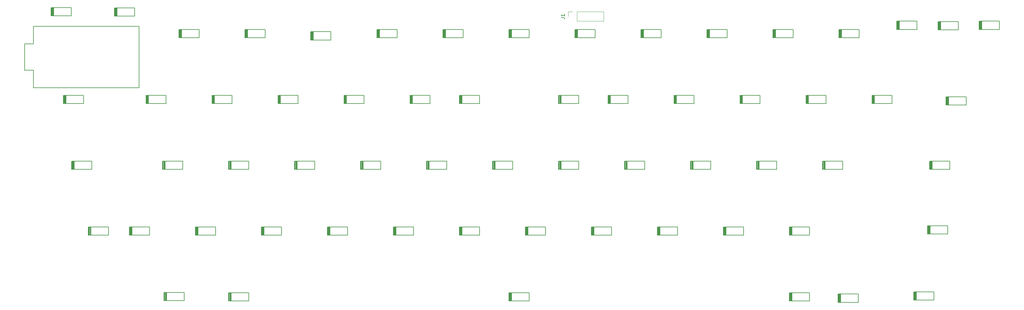
<source format=gbr>
%TF.GenerationSoftware,KiCad,Pcbnew,(6.0.7)*%
%TF.CreationDate,2022-08-27T10:35:01+05:30*%
%TF.ProjectId,unix60pcb,756e6978-3630-4706-9362-2e6b69636164,rev?*%
%TF.SameCoordinates,Original*%
%TF.FileFunction,Legend,Top*%
%TF.FilePolarity,Positive*%
%FSLAX46Y46*%
G04 Gerber Fmt 4.6, Leading zero omitted, Abs format (unit mm)*
G04 Created by KiCad (PCBNEW (6.0.7)) date 2022-08-27 10:35:01*
%MOMM*%
%LPD*%
G01*
G04 APERTURE LIST*
%ADD10C,0.150000*%
%ADD11C,0.200000*%
%ADD12C,0.120000*%
G04 APERTURE END LIST*
D10*
%TO.C,J1*%
X166824380Y-7280233D02*
X167538666Y-7280233D01*
X167681523Y-7327852D01*
X167776761Y-7423090D01*
X167824380Y-7565947D01*
X167824380Y-7661185D01*
X167824380Y-6280233D02*
X167824380Y-6851661D01*
X167824380Y-6565947D02*
X166824380Y-6565947D01*
X166967238Y-6661185D01*
X167062476Y-6756423D01*
X167110095Y-6851661D01*
D11*
%TO.C,D15*%
X276360000Y-10844400D02*
X276360000Y-8444400D01*
X276185000Y-10844400D02*
X276185000Y-8444400D01*
X276010000Y-10844400D02*
X276010000Y-8444400D01*
X275610000Y-8444400D02*
X275610000Y-10844400D01*
X275835000Y-10844400D02*
X275835000Y-8444400D01*
X275710000Y-10844400D02*
X275710000Y-8444400D01*
X275635000Y-10844400D02*
X281435000Y-10844400D01*
X281435000Y-10844400D02*
X281435000Y-8444400D01*
X281435000Y-8444400D02*
X275635000Y-8444400D01*
D12*
%TO.C,J1*%
X171412000Y-8276900D02*
X171412000Y-5616900D01*
X171412000Y-8276900D02*
X179092000Y-8276900D01*
X179092000Y-8276900D02*
X179092000Y-5616900D01*
X171412000Y-5616900D02*
X179092000Y-5616900D01*
X168812000Y-5616900D02*
X170142000Y-5616900D01*
X168812000Y-6946900D02*
X168812000Y-5616900D01*
D11*
%TO.C,D1*%
X25428900Y-4403200D02*
X19628900Y-4403200D01*
X25428900Y-6803200D02*
X25428900Y-4403200D01*
X19628900Y-6803200D02*
X25428900Y-6803200D01*
X19703900Y-6803200D02*
X19703900Y-4403200D01*
X19828900Y-6803200D02*
X19828900Y-4403200D01*
X19603900Y-4403200D02*
X19603900Y-6803200D01*
X20003900Y-6803200D02*
X20003900Y-4403200D01*
X20178900Y-6803200D02*
X20178900Y-4403200D01*
X20353900Y-6803200D02*
X20353900Y-4403200D01*
%TO.C,D2*%
X43729600Y-4456600D02*
X37929600Y-4456600D01*
X43729600Y-6856600D02*
X43729600Y-4456600D01*
X37929600Y-6856600D02*
X43729600Y-6856600D01*
X38004600Y-6856600D02*
X38004600Y-4456600D01*
X38129600Y-6856600D02*
X38129600Y-4456600D01*
X37904600Y-4456600D02*
X37904600Y-6856600D01*
X38304600Y-6856600D02*
X38304600Y-4456600D01*
X38479600Y-6856600D02*
X38479600Y-4456600D01*
X38654600Y-6856600D02*
X38654600Y-4456600D01*
%TO.C,D3*%
X62331200Y-10706200D02*
X56531200Y-10706200D01*
X62331200Y-13106200D02*
X62331200Y-10706200D01*
X56531200Y-13106200D02*
X62331200Y-13106200D01*
X56606200Y-13106200D02*
X56606200Y-10706200D01*
X56731200Y-13106200D02*
X56731200Y-10706200D01*
X56506200Y-10706200D02*
X56506200Y-13106200D01*
X56906200Y-13106200D02*
X56906200Y-10706200D01*
X57081200Y-13106200D02*
X57081200Y-10706200D01*
X57256200Y-13106200D02*
X57256200Y-10706200D01*
%TO.C,D4*%
X81381200Y-10706200D02*
X75581200Y-10706200D01*
X81381200Y-13106200D02*
X81381200Y-10706200D01*
X75581200Y-13106200D02*
X81381200Y-13106200D01*
X75656200Y-13106200D02*
X75656200Y-10706200D01*
X75781200Y-13106200D02*
X75781200Y-10706200D01*
X75556200Y-10706200D02*
X75556200Y-13106200D01*
X75956200Y-13106200D02*
X75956200Y-10706200D01*
X76131200Y-13106200D02*
X76131200Y-10706200D01*
X76306200Y-13106200D02*
X76306200Y-10706200D01*
%TO.C,D5*%
X100376620Y-11360300D02*
X94576620Y-11360300D01*
X100376620Y-13760300D02*
X100376620Y-11360300D01*
X94576620Y-13760300D02*
X100376620Y-13760300D01*
X94651620Y-13760300D02*
X94651620Y-11360300D01*
X94776620Y-13760300D02*
X94776620Y-11360300D01*
X94551620Y-11360300D02*
X94551620Y-13760300D01*
X94951620Y-13760300D02*
X94951620Y-11360300D01*
X95126620Y-13760300D02*
X95126620Y-11360300D01*
X95301620Y-13760300D02*
X95301620Y-11360300D01*
%TO.C,D6*%
X114406000Y-13106200D02*
X114406000Y-10706200D01*
X114231000Y-13106200D02*
X114231000Y-10706200D01*
X114056000Y-13106200D02*
X114056000Y-10706200D01*
X113656000Y-10706200D02*
X113656000Y-13106200D01*
X113881000Y-13106200D02*
X113881000Y-10706200D01*
X113756000Y-13106200D02*
X113756000Y-10706200D01*
X113681000Y-13106200D02*
X119481000Y-13106200D01*
X119481000Y-13106200D02*
X119481000Y-10706200D01*
X119481000Y-10706200D02*
X113681000Y-10706200D01*
%TO.C,D7*%
X133456000Y-13106200D02*
X133456000Y-10706200D01*
X133281000Y-13106200D02*
X133281000Y-10706200D01*
X133106000Y-13106200D02*
X133106000Y-10706200D01*
X132706000Y-10706200D02*
X132706000Y-13106200D01*
X132931000Y-13106200D02*
X132931000Y-10706200D01*
X132806000Y-13106200D02*
X132806000Y-10706200D01*
X132731000Y-13106200D02*
X138531000Y-13106200D01*
X138531000Y-13106200D02*
X138531000Y-10706200D01*
X138531000Y-10706200D02*
X132731000Y-10706200D01*
%TO.C,D8*%
X152506000Y-13106200D02*
X152506000Y-10706200D01*
X152331000Y-13106200D02*
X152331000Y-10706200D01*
X152156000Y-13106200D02*
X152156000Y-10706200D01*
X151756000Y-10706200D02*
X151756000Y-13106200D01*
X151981000Y-13106200D02*
X151981000Y-10706200D01*
X151856000Y-13106200D02*
X151856000Y-10706200D01*
X151781000Y-13106200D02*
X157581000Y-13106200D01*
X157581000Y-13106200D02*
X157581000Y-10706200D01*
X157581000Y-10706200D02*
X151781000Y-10706200D01*
%TO.C,D9*%
X176631000Y-10706200D02*
X170831000Y-10706200D01*
X176631000Y-13106200D02*
X176631000Y-10706200D01*
X170831000Y-13106200D02*
X176631000Y-13106200D01*
X170906000Y-13106200D02*
X170906000Y-10706200D01*
X171031000Y-13106200D02*
X171031000Y-10706200D01*
X170806000Y-10706200D02*
X170806000Y-13106200D01*
X171206000Y-13106200D02*
X171206000Y-10706200D01*
X171381000Y-13106200D02*
X171381000Y-10706200D01*
X171556000Y-13106200D02*
X171556000Y-10706200D01*
%TO.C,D10*%
X195681000Y-10706200D02*
X189881000Y-10706200D01*
X195681000Y-13106200D02*
X195681000Y-10706200D01*
X189881000Y-13106200D02*
X195681000Y-13106200D01*
X189956000Y-13106200D02*
X189956000Y-10706200D01*
X190081000Y-13106200D02*
X190081000Y-10706200D01*
X189856000Y-10706200D02*
X189856000Y-13106200D01*
X190256000Y-13106200D02*
X190256000Y-10706200D01*
X190431000Y-13106200D02*
X190431000Y-10706200D01*
X190606000Y-13106200D02*
X190606000Y-10706200D01*
%TO.C,D11*%
X214731000Y-10706200D02*
X208931000Y-10706200D01*
X214731000Y-13106200D02*
X214731000Y-10706200D01*
X208931000Y-13106200D02*
X214731000Y-13106200D01*
X209006000Y-13106200D02*
X209006000Y-10706200D01*
X209131000Y-13106200D02*
X209131000Y-10706200D01*
X208906000Y-10706200D02*
X208906000Y-13106200D01*
X209306000Y-13106200D02*
X209306000Y-10706200D01*
X209481000Y-13106200D02*
X209481000Y-10706200D01*
X209656000Y-13106200D02*
X209656000Y-10706200D01*
%TO.C,D12*%
X233781000Y-10706200D02*
X227981000Y-10706200D01*
X233781000Y-13106200D02*
X233781000Y-10706200D01*
X227981000Y-13106200D02*
X233781000Y-13106200D01*
X228056000Y-13106200D02*
X228056000Y-10706200D01*
X228181000Y-13106200D02*
X228181000Y-10706200D01*
X227956000Y-10706200D02*
X227956000Y-13106200D01*
X228356000Y-13106200D02*
X228356000Y-10706200D01*
X228531000Y-13106200D02*
X228531000Y-10706200D01*
X228706000Y-13106200D02*
X228706000Y-10706200D01*
%TO.C,D13*%
X252831000Y-10706200D02*
X247031000Y-10706200D01*
X252831000Y-13106200D02*
X252831000Y-10706200D01*
X247031000Y-13106200D02*
X252831000Y-13106200D01*
X247106000Y-13106200D02*
X247106000Y-10706200D01*
X247231000Y-13106200D02*
X247231000Y-10706200D01*
X247006000Y-10706200D02*
X247006000Y-13106200D01*
X247406000Y-13106200D02*
X247406000Y-10706200D01*
X247581000Y-13106200D02*
X247581000Y-10706200D01*
X247756000Y-13106200D02*
X247756000Y-10706200D01*
%TO.C,D14*%
X269500000Y-8325000D02*
X263700000Y-8325000D01*
X269500000Y-10725000D02*
X269500000Y-8325000D01*
X263700000Y-10725000D02*
X269500000Y-10725000D01*
X263775000Y-10725000D02*
X263775000Y-8325000D01*
X263900000Y-10725000D02*
X263900000Y-8325000D01*
X263675000Y-8325000D02*
X263675000Y-10725000D01*
X264075000Y-10725000D02*
X264075000Y-8325000D01*
X264250000Y-10725000D02*
X264250000Y-8325000D01*
X264425000Y-10725000D02*
X264425000Y-8325000D01*
%TO.C,D16*%
X288237000Y-10725000D02*
X288237000Y-8325000D01*
X288062000Y-10725000D02*
X288062000Y-8325000D01*
X287887000Y-10725000D02*
X287887000Y-8325000D01*
X287487000Y-8325000D02*
X287487000Y-10725000D01*
X287712000Y-10725000D02*
X287712000Y-8325000D01*
X287587000Y-10725000D02*
X287587000Y-8325000D01*
X287512000Y-10725000D02*
X293312000Y-10725000D01*
X293312000Y-10725000D02*
X293312000Y-8325000D01*
X293312000Y-8325000D02*
X287512000Y-8325000D01*
%TO.C,D17*%
X23918800Y-32156200D02*
X23918800Y-29756200D01*
X23743800Y-32156200D02*
X23743800Y-29756200D01*
X23568800Y-32156200D02*
X23568800Y-29756200D01*
X23168800Y-29756200D02*
X23168800Y-32156200D01*
X23393800Y-32156200D02*
X23393800Y-29756200D01*
X23268800Y-32156200D02*
X23268800Y-29756200D01*
X23193800Y-32156200D02*
X28993800Y-32156200D01*
X28993800Y-32156200D02*
X28993800Y-29756200D01*
X28993800Y-29756200D02*
X23193800Y-29756200D01*
%TO.C,D18*%
X47731200Y-32156200D02*
X47731200Y-29756200D01*
X47556200Y-32156200D02*
X47556200Y-29756200D01*
X47381200Y-32156200D02*
X47381200Y-29756200D01*
X46981200Y-29756200D02*
X46981200Y-32156200D01*
X47206200Y-32156200D02*
X47206200Y-29756200D01*
X47081200Y-32156200D02*
X47081200Y-29756200D01*
X47006200Y-32156200D02*
X52806200Y-32156200D01*
X52806200Y-32156200D02*
X52806200Y-29756200D01*
X52806200Y-29756200D02*
X47006200Y-29756200D01*
%TO.C,D19*%
X66781200Y-32156200D02*
X66781200Y-29756200D01*
X66606200Y-32156200D02*
X66606200Y-29756200D01*
X66431200Y-32156200D02*
X66431200Y-29756200D01*
X66031200Y-29756200D02*
X66031200Y-32156200D01*
X66256200Y-32156200D02*
X66256200Y-29756200D01*
X66131200Y-32156200D02*
X66131200Y-29756200D01*
X66056200Y-32156200D02*
X71856200Y-32156200D01*
X71856200Y-32156200D02*
X71856200Y-29756200D01*
X71856200Y-29756200D02*
X66056200Y-29756200D01*
%TO.C,D20*%
X85831200Y-32156200D02*
X85831200Y-29756200D01*
X85656200Y-32156200D02*
X85656200Y-29756200D01*
X85481200Y-32156200D02*
X85481200Y-29756200D01*
X85081200Y-29756200D02*
X85081200Y-32156200D01*
X85306200Y-32156200D02*
X85306200Y-29756200D01*
X85181200Y-32156200D02*
X85181200Y-29756200D01*
X85106200Y-32156200D02*
X90906200Y-32156200D01*
X90906200Y-32156200D02*
X90906200Y-29756200D01*
X90906200Y-29756200D02*
X85106200Y-29756200D01*
%TO.C,D21*%
X104881000Y-32156200D02*
X104881000Y-29756200D01*
X104706000Y-32156200D02*
X104706000Y-29756200D01*
X104531000Y-32156200D02*
X104531000Y-29756200D01*
X104131000Y-29756200D02*
X104131000Y-32156200D01*
X104356000Y-32156200D02*
X104356000Y-29756200D01*
X104231000Y-32156200D02*
X104231000Y-29756200D01*
X104156000Y-32156200D02*
X109956000Y-32156200D01*
X109956000Y-32156200D02*
X109956000Y-29756200D01*
X109956000Y-29756200D02*
X104156000Y-29756200D01*
%TO.C,D22*%
X123931000Y-32156200D02*
X123931000Y-29756200D01*
X123756000Y-32156200D02*
X123756000Y-29756200D01*
X123581000Y-32156200D02*
X123581000Y-29756200D01*
X123181000Y-29756200D02*
X123181000Y-32156200D01*
X123406000Y-32156200D02*
X123406000Y-29756200D01*
X123281000Y-32156200D02*
X123281000Y-29756200D01*
X123206000Y-32156200D02*
X129006000Y-32156200D01*
X129006000Y-32156200D02*
X129006000Y-29756200D01*
X129006000Y-29756200D02*
X123206000Y-29756200D01*
%TO.C,D23*%
X143294000Y-29756200D02*
X137494000Y-29756200D01*
X143294000Y-32156200D02*
X143294000Y-29756200D01*
X137494000Y-32156200D02*
X143294000Y-32156200D01*
X137569000Y-32156200D02*
X137569000Y-29756200D01*
X137694000Y-32156200D02*
X137694000Y-29756200D01*
X137469000Y-29756200D02*
X137469000Y-32156200D01*
X137869000Y-32156200D02*
X137869000Y-29756200D01*
X138044000Y-32156200D02*
X138044000Y-29756200D01*
X138219000Y-32156200D02*
X138219000Y-29756200D01*
%TO.C,D24*%
X171869000Y-29756200D02*
X166069000Y-29756200D01*
X171869000Y-32156200D02*
X171869000Y-29756200D01*
X166069000Y-32156200D02*
X171869000Y-32156200D01*
X166144000Y-32156200D02*
X166144000Y-29756200D01*
X166269000Y-32156200D02*
X166269000Y-29756200D01*
X166044000Y-29756200D02*
X166044000Y-32156200D01*
X166444000Y-32156200D02*
X166444000Y-29756200D01*
X166619000Y-32156200D02*
X166619000Y-29756200D01*
X166794000Y-32156200D02*
X166794000Y-29756200D01*
%TO.C,D25*%
X186156000Y-29756200D02*
X180356000Y-29756200D01*
X186156000Y-32156200D02*
X186156000Y-29756200D01*
X180356000Y-32156200D02*
X186156000Y-32156200D01*
X180431000Y-32156200D02*
X180431000Y-29756200D01*
X180556000Y-32156200D02*
X180556000Y-29756200D01*
X180331000Y-29756200D02*
X180331000Y-32156200D01*
X180731000Y-32156200D02*
X180731000Y-29756200D01*
X180906000Y-32156200D02*
X180906000Y-29756200D01*
X181081000Y-32156200D02*
X181081000Y-29756200D01*
%TO.C,D26*%
X205206000Y-29756200D02*
X199406000Y-29756200D01*
X205206000Y-32156200D02*
X205206000Y-29756200D01*
X199406000Y-32156200D02*
X205206000Y-32156200D01*
X199481000Y-32156200D02*
X199481000Y-29756200D01*
X199606000Y-32156200D02*
X199606000Y-29756200D01*
X199381000Y-29756200D02*
X199381000Y-32156200D01*
X199781000Y-32156200D02*
X199781000Y-29756200D01*
X199956000Y-32156200D02*
X199956000Y-29756200D01*
X200131000Y-32156200D02*
X200131000Y-29756200D01*
%TO.C,D27*%
X224256000Y-29756200D02*
X218456000Y-29756200D01*
X224256000Y-32156200D02*
X224256000Y-29756200D01*
X218456000Y-32156200D02*
X224256000Y-32156200D01*
X218531000Y-32156200D02*
X218531000Y-29756200D01*
X218656000Y-32156200D02*
X218656000Y-29756200D01*
X218431000Y-29756200D02*
X218431000Y-32156200D01*
X218831000Y-32156200D02*
X218831000Y-29756200D01*
X219006000Y-32156200D02*
X219006000Y-29756200D01*
X219181000Y-32156200D02*
X219181000Y-29756200D01*
%TO.C,D28*%
X243306000Y-29756200D02*
X237506000Y-29756200D01*
X243306000Y-32156200D02*
X243306000Y-29756200D01*
X237506000Y-32156200D02*
X243306000Y-32156200D01*
X237581000Y-32156200D02*
X237581000Y-29756200D01*
X237706000Y-32156200D02*
X237706000Y-29756200D01*
X237481000Y-29756200D02*
X237481000Y-32156200D01*
X237881000Y-32156200D02*
X237881000Y-29756200D01*
X238056000Y-32156200D02*
X238056000Y-29756200D01*
X238231000Y-32156200D02*
X238231000Y-29756200D01*
%TO.C,D29*%
X262356000Y-29756200D02*
X256556000Y-29756200D01*
X262356000Y-32156200D02*
X262356000Y-29756200D01*
X256556000Y-32156200D02*
X262356000Y-32156200D01*
X256631000Y-32156200D02*
X256631000Y-29756200D01*
X256756000Y-32156200D02*
X256756000Y-29756200D01*
X256531000Y-29756200D02*
X256531000Y-32156200D01*
X256931000Y-32156200D02*
X256931000Y-29756200D01*
X257106000Y-32156200D02*
X257106000Y-29756200D01*
X257281000Y-32156200D02*
X257281000Y-29756200D01*
%TO.C,D30*%
X278662000Y-32599500D02*
X278662000Y-30199500D01*
X278487000Y-32599500D02*
X278487000Y-30199500D01*
X278312000Y-32599500D02*
X278312000Y-30199500D01*
X277912000Y-30199500D02*
X277912000Y-32599500D01*
X278137000Y-32599500D02*
X278137000Y-30199500D01*
X278012000Y-32599500D02*
X278012000Y-30199500D01*
X277937000Y-32599500D02*
X283737000Y-32599500D01*
X283737000Y-32599500D02*
X283737000Y-30199500D01*
X283737000Y-30199500D02*
X277937000Y-30199500D01*
%TO.C,D31*%
X26300000Y-51206200D02*
X26300000Y-48806200D01*
X26125000Y-51206200D02*
X26125000Y-48806200D01*
X25950000Y-51206200D02*
X25950000Y-48806200D01*
X25550000Y-48806200D02*
X25550000Y-51206200D01*
X25775000Y-51206200D02*
X25775000Y-48806200D01*
X25650000Y-51206200D02*
X25650000Y-48806200D01*
X25575000Y-51206200D02*
X31375000Y-51206200D01*
X31375000Y-51206200D02*
X31375000Y-48806200D01*
X31375000Y-48806200D02*
X25575000Y-48806200D01*
%TO.C,D32*%
X57568800Y-48806200D02*
X51768800Y-48806200D01*
X57568800Y-51206200D02*
X57568800Y-48806200D01*
X51768800Y-51206200D02*
X57568800Y-51206200D01*
X51843800Y-51206200D02*
X51843800Y-48806200D01*
X51968800Y-51206200D02*
X51968800Y-48806200D01*
X51743800Y-48806200D02*
X51743800Y-51206200D01*
X52143800Y-51206200D02*
X52143800Y-48806200D01*
X52318800Y-51206200D02*
X52318800Y-48806200D01*
X52493800Y-51206200D02*
X52493800Y-48806200D01*
%TO.C,D33*%
X76618800Y-48806200D02*
X70818800Y-48806200D01*
X76618800Y-51206200D02*
X76618800Y-48806200D01*
X70818800Y-51206200D02*
X76618800Y-51206200D01*
X70893800Y-51206200D02*
X70893800Y-48806200D01*
X71018800Y-51206200D02*
X71018800Y-48806200D01*
X70793800Y-48806200D02*
X70793800Y-51206200D01*
X71193800Y-51206200D02*
X71193800Y-48806200D01*
X71368800Y-51206200D02*
X71368800Y-48806200D01*
X71543800Y-51206200D02*
X71543800Y-48806200D01*
%TO.C,D34*%
X90593800Y-51206200D02*
X90593800Y-48806200D01*
X90418800Y-51206200D02*
X90418800Y-48806200D01*
X90243800Y-51206200D02*
X90243800Y-48806200D01*
X89843800Y-48806200D02*
X89843800Y-51206200D01*
X90068800Y-51206200D02*
X90068800Y-48806200D01*
X89943800Y-51206200D02*
X89943800Y-48806200D01*
X89868800Y-51206200D02*
X95668800Y-51206200D01*
X95668800Y-51206200D02*
X95668800Y-48806200D01*
X95668800Y-48806200D02*
X89868800Y-48806200D01*
%TO.C,D35*%
X109644000Y-51206200D02*
X109644000Y-48806200D01*
X109469000Y-51206200D02*
X109469000Y-48806200D01*
X109294000Y-51206200D02*
X109294000Y-48806200D01*
X108894000Y-48806200D02*
X108894000Y-51206200D01*
X109119000Y-51206200D02*
X109119000Y-48806200D01*
X108994000Y-51206200D02*
X108994000Y-48806200D01*
X108919000Y-51206200D02*
X114719000Y-51206200D01*
X114719000Y-51206200D02*
X114719000Y-48806200D01*
X114719000Y-48806200D02*
X108919000Y-48806200D01*
%TO.C,D36*%
X133769000Y-48806200D02*
X127969000Y-48806200D01*
X133769000Y-51206200D02*
X133769000Y-48806200D01*
X127969000Y-51206200D02*
X133769000Y-51206200D01*
X128044000Y-51206200D02*
X128044000Y-48806200D01*
X128169000Y-51206200D02*
X128169000Y-48806200D01*
X127944000Y-48806200D02*
X127944000Y-51206200D01*
X128344000Y-51206200D02*
X128344000Y-48806200D01*
X128519000Y-51206200D02*
X128519000Y-48806200D01*
X128694000Y-51206200D02*
X128694000Y-48806200D01*
%TO.C,D37*%
X147744000Y-51206200D02*
X147744000Y-48806200D01*
X147569000Y-51206200D02*
X147569000Y-48806200D01*
X147394000Y-51206200D02*
X147394000Y-48806200D01*
X146994000Y-48806200D02*
X146994000Y-51206200D01*
X147219000Y-51206200D02*
X147219000Y-48806200D01*
X147094000Y-51206200D02*
X147094000Y-48806200D01*
X147019000Y-51206200D02*
X152819000Y-51206200D01*
X152819000Y-51206200D02*
X152819000Y-48806200D01*
X152819000Y-48806200D02*
X147019000Y-48806200D01*
%TO.C,D38*%
X166794000Y-51206200D02*
X166794000Y-48806200D01*
X166619000Y-51206200D02*
X166619000Y-48806200D01*
X166444000Y-51206200D02*
X166444000Y-48806200D01*
X166044000Y-48806200D02*
X166044000Y-51206200D01*
X166269000Y-51206200D02*
X166269000Y-48806200D01*
X166144000Y-51206200D02*
X166144000Y-48806200D01*
X166069000Y-51206200D02*
X171869000Y-51206200D01*
X171869000Y-51206200D02*
X171869000Y-48806200D01*
X171869000Y-48806200D02*
X166069000Y-48806200D01*
%TO.C,D39*%
X185844000Y-51206200D02*
X185844000Y-48806200D01*
X185669000Y-51206200D02*
X185669000Y-48806200D01*
X185494000Y-51206200D02*
X185494000Y-48806200D01*
X185094000Y-48806200D02*
X185094000Y-51206200D01*
X185319000Y-51206200D02*
X185319000Y-48806200D01*
X185194000Y-51206200D02*
X185194000Y-48806200D01*
X185119000Y-51206200D02*
X190919000Y-51206200D01*
X190919000Y-51206200D02*
X190919000Y-48806200D01*
X190919000Y-48806200D02*
X185119000Y-48806200D01*
%TO.C,D40*%
X204894000Y-51206200D02*
X204894000Y-48806200D01*
X204719000Y-51206200D02*
X204719000Y-48806200D01*
X204544000Y-51206200D02*
X204544000Y-48806200D01*
X204144000Y-48806200D02*
X204144000Y-51206200D01*
X204369000Y-51206200D02*
X204369000Y-48806200D01*
X204244000Y-51206200D02*
X204244000Y-48806200D01*
X204169000Y-51206200D02*
X209969000Y-51206200D01*
X209969000Y-51206200D02*
X209969000Y-48806200D01*
X209969000Y-48806200D02*
X204169000Y-48806200D01*
%TO.C,D41*%
X223944000Y-51206200D02*
X223944000Y-48806200D01*
X223769000Y-51206200D02*
X223769000Y-48806200D01*
X223594000Y-51206200D02*
X223594000Y-48806200D01*
X223194000Y-48806200D02*
X223194000Y-51206200D01*
X223419000Y-51206200D02*
X223419000Y-48806200D01*
X223294000Y-51206200D02*
X223294000Y-48806200D01*
X223219000Y-51206200D02*
X229019000Y-51206200D01*
X229019000Y-51206200D02*
X229019000Y-48806200D01*
X229019000Y-48806200D02*
X223219000Y-48806200D01*
%TO.C,D42*%
X248069000Y-48806200D02*
X242269000Y-48806200D01*
X248069000Y-51206200D02*
X248069000Y-48806200D01*
X242269000Y-51206200D02*
X248069000Y-51206200D01*
X242344000Y-51206200D02*
X242344000Y-48806200D01*
X242469000Y-51206200D02*
X242469000Y-48806200D01*
X242244000Y-48806200D02*
X242244000Y-51206200D01*
X242644000Y-51206200D02*
X242644000Y-48806200D01*
X242819000Y-51206200D02*
X242819000Y-48806200D01*
X242994000Y-51206200D02*
X242994000Y-48806200D01*
%TO.C,D44*%
X279025000Y-48806200D02*
X273225000Y-48806200D01*
X279025000Y-51206200D02*
X279025000Y-48806200D01*
X273225000Y-51206200D02*
X279025000Y-51206200D01*
X273300000Y-51206200D02*
X273300000Y-48806200D01*
X273425000Y-51206200D02*
X273425000Y-48806200D01*
X273200000Y-48806200D02*
X273200000Y-51206200D01*
X273600000Y-51206200D02*
X273600000Y-48806200D01*
X273775000Y-51206200D02*
X273775000Y-48806200D01*
X273950000Y-51206200D02*
X273950000Y-48806200D01*
%TO.C,D45*%
X36137500Y-67856200D02*
X30337500Y-67856200D01*
X36137500Y-70256200D02*
X36137500Y-67856200D01*
X30337500Y-70256200D02*
X36137500Y-70256200D01*
X30412500Y-70256200D02*
X30412500Y-67856200D01*
X30537500Y-70256200D02*
X30537500Y-67856200D01*
X30312500Y-67856200D02*
X30312500Y-70256200D01*
X30712500Y-70256200D02*
X30712500Y-67856200D01*
X30887500Y-70256200D02*
X30887500Y-67856200D01*
X31062500Y-70256200D02*
X31062500Y-67856200D01*
%TO.C,D46*%
X48043800Y-67856200D02*
X42243800Y-67856200D01*
X48043800Y-70256200D02*
X48043800Y-67856200D01*
X42243800Y-70256200D02*
X48043800Y-70256200D01*
X42318800Y-70256200D02*
X42318800Y-67856200D01*
X42443800Y-70256200D02*
X42443800Y-67856200D01*
X42218800Y-67856200D02*
X42218800Y-70256200D01*
X42618800Y-70256200D02*
X42618800Y-67856200D01*
X42793800Y-70256200D02*
X42793800Y-67856200D01*
X42968800Y-70256200D02*
X42968800Y-67856200D01*
%TO.C,D47*%
X67093800Y-67856200D02*
X61293800Y-67856200D01*
X67093800Y-70256200D02*
X67093800Y-67856200D01*
X61293800Y-70256200D02*
X67093800Y-70256200D01*
X61368800Y-70256200D02*
X61368800Y-67856200D01*
X61493800Y-70256200D02*
X61493800Y-67856200D01*
X61268800Y-67856200D02*
X61268800Y-70256200D01*
X61668800Y-70256200D02*
X61668800Y-67856200D01*
X61843800Y-70256200D02*
X61843800Y-67856200D01*
X62018800Y-70256200D02*
X62018800Y-67856200D01*
%TO.C,D48*%
X81068800Y-70256200D02*
X81068800Y-67856200D01*
X80893800Y-70256200D02*
X80893800Y-67856200D01*
X80718800Y-70256200D02*
X80718800Y-67856200D01*
X80318800Y-67856200D02*
X80318800Y-70256200D01*
X80543800Y-70256200D02*
X80543800Y-67856200D01*
X80418800Y-70256200D02*
X80418800Y-67856200D01*
X80343800Y-70256200D02*
X86143800Y-70256200D01*
X86143800Y-70256200D02*
X86143800Y-67856200D01*
X86143800Y-67856200D02*
X80343800Y-67856200D01*
%TO.C,D49*%
X100119000Y-70256200D02*
X100119000Y-67856200D01*
X99944000Y-70256200D02*
X99944000Y-67856200D01*
X99769000Y-70256200D02*
X99769000Y-67856200D01*
X99369000Y-67856200D02*
X99369000Y-70256200D01*
X99594000Y-70256200D02*
X99594000Y-67856200D01*
X99469000Y-70256200D02*
X99469000Y-67856200D01*
X99394000Y-70256200D02*
X105194000Y-70256200D01*
X105194000Y-70256200D02*
X105194000Y-67856200D01*
X105194000Y-67856200D02*
X99394000Y-67856200D01*
%TO.C,D50*%
X119169000Y-70256200D02*
X119169000Y-67856200D01*
X118994000Y-70256200D02*
X118994000Y-67856200D01*
X118819000Y-70256200D02*
X118819000Y-67856200D01*
X118419000Y-67856200D02*
X118419000Y-70256200D01*
X118644000Y-70256200D02*
X118644000Y-67856200D01*
X118519000Y-70256200D02*
X118519000Y-67856200D01*
X118444000Y-70256200D02*
X124244000Y-70256200D01*
X124244000Y-70256200D02*
X124244000Y-67856200D01*
X124244000Y-67856200D02*
X118444000Y-67856200D01*
%TO.C,D51*%
X138219000Y-70256200D02*
X138219000Y-67856200D01*
X138044000Y-70256200D02*
X138044000Y-67856200D01*
X137869000Y-70256200D02*
X137869000Y-67856200D01*
X137469000Y-67856200D02*
X137469000Y-70256200D01*
X137694000Y-70256200D02*
X137694000Y-67856200D01*
X137569000Y-70256200D02*
X137569000Y-67856200D01*
X137494000Y-70256200D02*
X143294000Y-70256200D01*
X143294000Y-70256200D02*
X143294000Y-67856200D01*
X143294000Y-67856200D02*
X137494000Y-67856200D01*
%TO.C,D52*%
X157269000Y-70256200D02*
X157269000Y-67856200D01*
X157094000Y-70256200D02*
X157094000Y-67856200D01*
X156919000Y-70256200D02*
X156919000Y-67856200D01*
X156519000Y-67856200D02*
X156519000Y-70256200D01*
X156744000Y-70256200D02*
X156744000Y-67856200D01*
X156619000Y-70256200D02*
X156619000Y-67856200D01*
X156544000Y-70256200D02*
X162344000Y-70256200D01*
X162344000Y-70256200D02*
X162344000Y-67856200D01*
X162344000Y-67856200D02*
X156544000Y-67856200D01*
%TO.C,D53*%
X176319000Y-70256200D02*
X176319000Y-67856200D01*
X176144000Y-70256200D02*
X176144000Y-67856200D01*
X175969000Y-70256200D02*
X175969000Y-67856200D01*
X175569000Y-67856200D02*
X175569000Y-70256200D01*
X175794000Y-70256200D02*
X175794000Y-67856200D01*
X175669000Y-70256200D02*
X175669000Y-67856200D01*
X175594000Y-70256200D02*
X181394000Y-70256200D01*
X181394000Y-70256200D02*
X181394000Y-67856200D01*
X181394000Y-67856200D02*
X175594000Y-67856200D01*
%TO.C,D54*%
X195369000Y-70256200D02*
X195369000Y-67856200D01*
X195194000Y-70256200D02*
X195194000Y-67856200D01*
X195019000Y-70256200D02*
X195019000Y-67856200D01*
X194619000Y-67856200D02*
X194619000Y-70256200D01*
X194844000Y-70256200D02*
X194844000Y-67856200D01*
X194719000Y-70256200D02*
X194719000Y-67856200D01*
X194644000Y-70256200D02*
X200444000Y-70256200D01*
X200444000Y-70256200D02*
X200444000Y-67856200D01*
X200444000Y-67856200D02*
X194644000Y-67856200D01*
%TO.C,D55*%
X214419000Y-70256200D02*
X214419000Y-67856200D01*
X214244000Y-70256200D02*
X214244000Y-67856200D01*
X214069000Y-70256200D02*
X214069000Y-67856200D01*
X213669000Y-67856200D02*
X213669000Y-70256200D01*
X213894000Y-70256200D02*
X213894000Y-67856200D01*
X213769000Y-70256200D02*
X213769000Y-67856200D01*
X213694000Y-70256200D02*
X219494000Y-70256200D01*
X219494000Y-70256200D02*
X219494000Y-67856200D01*
X219494000Y-67856200D02*
X213694000Y-67856200D01*
%TO.C,D56*%
X238544000Y-67856200D02*
X232744000Y-67856200D01*
X238544000Y-70256200D02*
X238544000Y-67856200D01*
X232744000Y-70256200D02*
X238544000Y-70256200D01*
X232819000Y-70256200D02*
X232819000Y-67856200D01*
X232944000Y-70256200D02*
X232944000Y-67856200D01*
X232719000Y-67856200D02*
X232719000Y-70256200D01*
X233119000Y-70256200D02*
X233119000Y-67856200D01*
X233294000Y-70256200D02*
X233294000Y-67856200D01*
X233469000Y-70256200D02*
X233469000Y-67856200D01*
%TO.C,D57*%
X278387000Y-67537500D02*
X272587000Y-67537500D01*
X278387000Y-69937500D02*
X278387000Y-67537500D01*
X272587000Y-69937500D02*
X278387000Y-69937500D01*
X272662000Y-69937500D02*
X272662000Y-67537500D01*
X272787000Y-69937500D02*
X272787000Y-67537500D01*
X272562000Y-67537500D02*
X272562000Y-69937500D01*
X272962000Y-69937500D02*
X272962000Y-67537500D01*
X273137000Y-69937500D02*
X273137000Y-67537500D01*
X273312000Y-69937500D02*
X273312000Y-67537500D01*
%TO.C,D58*%
X274420000Y-86686500D02*
X268620000Y-86686500D01*
X274420000Y-89086500D02*
X274420000Y-86686500D01*
X268620000Y-89086500D02*
X274420000Y-89086500D01*
X268695000Y-89086500D02*
X268695000Y-86686500D01*
X268820000Y-89086500D02*
X268820000Y-86686500D01*
X268595000Y-86686500D02*
X268595000Y-89086500D01*
X268995000Y-89086500D02*
X268995000Y-86686500D01*
X269170000Y-89086500D02*
X269170000Y-86686500D01*
X269345000Y-89086500D02*
X269345000Y-86686500D01*
%TO.C,D59*%
X57991700Y-86851600D02*
X52191700Y-86851600D01*
X57991700Y-89251600D02*
X57991700Y-86851600D01*
X52191700Y-89251600D02*
X57991700Y-89251600D01*
X52266700Y-89251600D02*
X52266700Y-86851600D01*
X52391700Y-89251600D02*
X52391700Y-86851600D01*
X52166700Y-86851600D02*
X52166700Y-89251600D01*
X52566700Y-89251600D02*
X52566700Y-86851600D01*
X52741700Y-89251600D02*
X52741700Y-86851600D01*
X52916700Y-89251600D02*
X52916700Y-86851600D01*
%TO.C,D60*%
X71543800Y-89306200D02*
X71543800Y-86906200D01*
X71368800Y-89306200D02*
X71368800Y-86906200D01*
X71193800Y-89306200D02*
X71193800Y-86906200D01*
X70793800Y-86906200D02*
X70793800Y-89306200D01*
X71018800Y-89306200D02*
X71018800Y-86906200D01*
X70893800Y-89306200D02*
X70893800Y-86906200D01*
X70818800Y-89306200D02*
X76618800Y-89306200D01*
X76618800Y-89306200D02*
X76618800Y-86906200D01*
X76618800Y-86906200D02*
X70818800Y-86906200D01*
%TO.C,D61*%
X152506000Y-89306200D02*
X152506000Y-86906200D01*
X152331000Y-89306200D02*
X152331000Y-86906200D01*
X152156000Y-89306200D02*
X152156000Y-86906200D01*
X151756000Y-86906200D02*
X151756000Y-89306200D01*
X151981000Y-89306200D02*
X151981000Y-86906200D01*
X151856000Y-89306200D02*
X151856000Y-86906200D01*
X151781000Y-89306200D02*
X157581000Y-89306200D01*
X157581000Y-89306200D02*
X157581000Y-86906200D01*
X157581000Y-86906200D02*
X151781000Y-86906200D01*
%TO.C,D62*%
X233469000Y-89306200D02*
X233469000Y-86906200D01*
X233294000Y-89306200D02*
X233294000Y-86906200D01*
X233119000Y-89306200D02*
X233119000Y-86906200D01*
X232719000Y-86906200D02*
X232719000Y-89306200D01*
X232944000Y-89306200D02*
X232944000Y-86906200D01*
X232819000Y-89306200D02*
X232819000Y-86906200D01*
X232744000Y-89306200D02*
X238544000Y-89306200D01*
X238544000Y-89306200D02*
X238544000Y-86906200D01*
X238544000Y-86906200D02*
X232744000Y-86906200D01*
%TO.C,D63*%
X247496000Y-89703800D02*
X247496000Y-87303800D01*
X247321000Y-89703800D02*
X247321000Y-87303800D01*
X247146000Y-89703800D02*
X247146000Y-87303800D01*
X246746000Y-87303800D02*
X246746000Y-89703800D01*
X246971000Y-89703800D02*
X246971000Y-87303800D01*
X246846000Y-89703800D02*
X246846000Y-87303800D01*
X246771000Y-89703800D02*
X252571000Y-89703800D01*
X252571000Y-89703800D02*
X252571000Y-87303800D01*
X252571000Y-87303800D02*
X246771000Y-87303800D01*
D10*
%TO.C,U1*%
X44985900Y-27604700D02*
X44985900Y-9824700D01*
X44985900Y-9824700D02*
X14505900Y-9824700D01*
X14505900Y-9824700D02*
X14505900Y-14904700D01*
X14505900Y-14904700D02*
X11965900Y-14904700D01*
X11965900Y-14904700D02*
X11965900Y-22524700D01*
X11965900Y-22524700D02*
X14505900Y-22524700D01*
X14505900Y-22524700D02*
X14505900Y-27604700D01*
X14505900Y-27604700D02*
X44985900Y-27604700D01*
%TD*%
M02*

</source>
